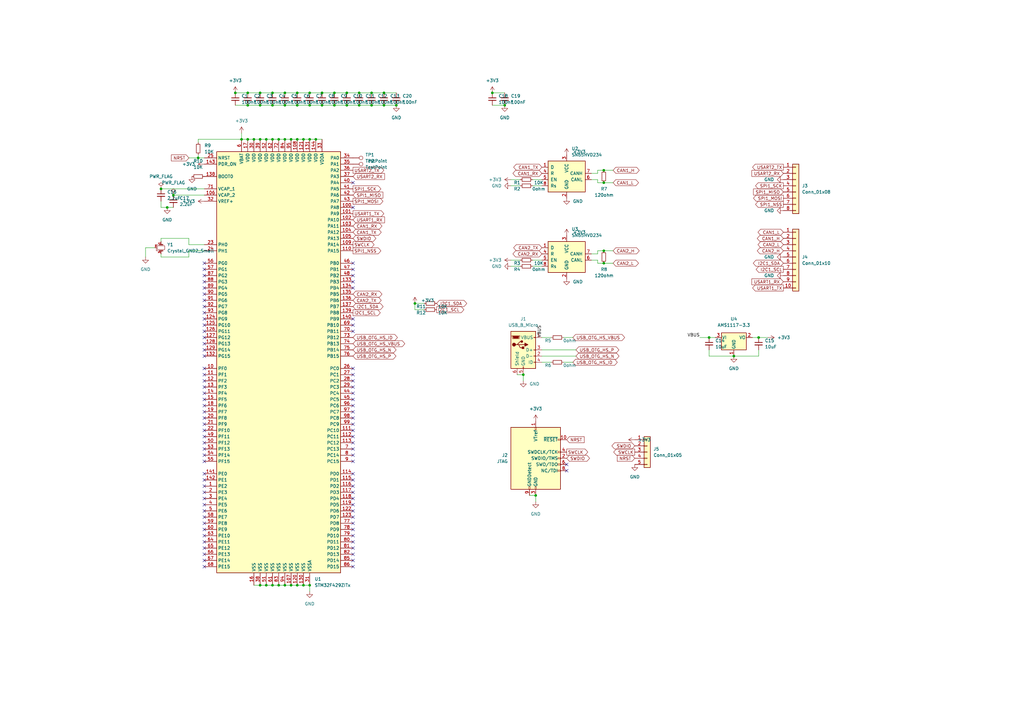
<source format=kicad_sch>
(kicad_sch (version 20211123) (generator eeschema)
  (paper "A3")
  (title_block (title "USB_CAN") (date "2022-02-07"))
  (lib_symbols
    (symbol "Connector:Conn_ARM_JTAG_SWD_10" (pin_names (offset 1.016))
      (property "Reference" "J" (at -2.54 16.51 0))
      (property "Value" "Conn_ARM_JTAG_SWD_10" (at -2.54 13.97 0))
      (symbol "Conn_ARM_JTAG_SWD_10_1_1"
        (pin power_in line (at 0 15.24 270) (length 2.54) (name "VTref") (number "1"))
        (pin open_collector line (at 12.7 7.62 180) (length 2.54) (name "~{RESET}") (number "10"))
        (pin bidirectional line (at 12.7 0 180) (length 2.54) (name "SWDIO/TMS") (number "2"))
        (pin power_in line (at 0 -15.24 90) (length 2.54) (name "GND") (number "3"))
        (pin output line (at 12.7 2.54 180) (length 2.54) (name "SWDCLK/TCK") (number "4"))
        (pin passive line (at 0 -15.24 90) (length 2.54) hide (name "GND") (number "5"))
        (pin input line (at 12.7 -2.54 180) (length 2.54) (name "SWO/TDO") (number "6"))
        (pin no_connect line (at -10.16 0 0) (length 2.54) hide (name "KEY") (number "7"))
        (pin output line (at 12.7 -5.08 180) (length 2.54) (name "NC/TDI") (number "8"))
        (pin passive line (at -2.54 -15.24 90) (length 2.54) (name "GNDDetect") (number "9"))
      )
    )
    (symbol "Connector:TestPoint" (pin_numbers hide) (pin_names (offset 0.762) hide)
      (property "Reference" "TP" (at 0 6.858 0))
      (property "Value" "TestPoint" (at 0 5.08 0))
      (symbol "TestPoint_1_1"
        (pin passive line (at 0 0 90) (length 2.54) (name "1") (number "1"))
      )
    )
    (symbol "Connector:USB_B_Micro" (pin_names (offset 1.016))
      (property "Reference" "J" (at -5.08 11.43 0))
      (property "Value" "USB_B_Micro" (at -5.08 8.89 0))
      (symbol "USB_B_Micro_1_1"
        (pin power_out line (at 7.62 5.08 180) (length 2.54) (name "VBUS") (number "1"))
        (pin bidirectional line (at 7.62 -2.54 180) (length 2.54) (name "D-") (number "2"))
        (pin bidirectional line (at 7.62 0 180) (length 2.54) (name "D+") (number "3"))
        (pin passive line (at 7.62 -5.08 180) (length 2.54) (name "ID") (number "4"))
        (pin power_out line (at 0 -10.16 90) (length 2.54) (name "GND") (number "5"))
        (pin passive line (at -2.54 -10.16 90) (length 2.54) (name "Shield") (number "6"))
      )
    )
    (symbol "Connector_Generic:Conn_01x05" (pin_names (offset 1.016) hide)
      (property "Reference" "J" (at 0 7.62 0))
      (property "Value" "Conn_01x05" (at 0 -7.62 0))
      (symbol "Conn_01x05_1_1"
        (pin passive line (at -5.08 5.08 0) (length 3.81) (name "Pin_1") (number "1"))
        (pin passive line (at -5.08 2.54 0) (length 3.81) (name "Pin_2") (number "2"))
        (pin passive line (at -5.08 0 0) (length 3.81) (name "Pin_3") (number "3"))
        (pin passive line (at -5.08 -2.54 0) (length 3.81) (name "Pin_4") (number "4"))
        (pin passive line (at -5.08 -5.08 0) (length 3.81) (name "Pin_5") (number "5"))
      )
    )
    (symbol "Connector_Generic:Conn_01x08" (pin_names (offset 1.016) hide)
      (property "Reference" "J" (at 0 10.16 0))
      (property "Value" "Conn_01x08" (at 0 -12.7 0))
      (symbol "Conn_01x08_1_1"
        (pin passive line (at -5.08 7.62 0) (length 3.81) (name "Pin_1") (number "1"))
        (pin passive line (at -5.08 5.08 0) (length 3.81) (name "Pin_2") (number "2"))
        (pin passive line (at -5.08 2.54 0) (length 3.81) (name "Pin_3") (number "3"))
        (pin passive line (at -5.08 0 0) (length 3.81) (name "Pin_4") (number "4"))
        (pin passive line (at -5.08 -2.54 0) (length 3.81) (name "Pin_5") (number "5"))
        (pin passive line (at -5.08 -5.08 0) (length 3.81) (name "Pin_6") (number "6"))
        (pin passive line (at -5.08 -7.62 0) (length 3.81) (name "Pin_7") (number "7"))
        (pin passive line (at -5.08 -10.16 0) (length 3.81) (name "Pin_8") (number "8"))
      )
    )
    (symbol "Connector_Generic:Conn_01x10" (pin_names (offset 1.016) hide)
      (property "Reference" "J" (at 0 12.7 0))
      (property "Value" "Conn_01x10" (at 0 -15.24 0))
      (symbol "Conn_01x10_1_1"
        (pin passive line (at -5.08 10.16 0) (length 3.81) (name "Pin_1") (number "1"))
        (pin passive line (at -5.08 -12.7 0) (length 3.81) (name "Pin_10") (number "10"))
        (pin passive line (at -5.08 7.62 0) (length 3.81) (name "Pin_2") (number "2"))
        (pin passive line (at -5.08 5.08 0) (length 3.81) (name "Pin_3") (number "3"))
        (pin passive line (at -5.08 2.54 0) (length 3.81) (name "Pin_4") (number "4"))
        (pin passive line (at -5.08 0 0) (length 3.81) (name "Pin_5") (number "5"))
        (pin passive line (at -5.08 -2.54 0) (length 3.81) (name "Pin_6") (number "6"))
        (pin passive line (at -5.08 -5.08 0) (length 3.81) (name "Pin_7") (number "7"))
        (pin passive line (at -5.08 -7.62 0) (length 3.81) (name "Pin_8") (number "8"))
        (pin passive line (at -5.08 -10.16 0) (length 3.81) (name "Pin_9") (number "9"))
      )
    )
    (symbol "Device:C_Small" (pin_numbers hide) (pin_names (offset 0.254) hide)
      (property "Reference" "C" (at 0.254 1.778 0))
      (property "Value" "C_Small" (at 0.254 -2.032 0))
      (symbol "C_Small_1_1"
        (pin passive line (at 0 2.54 270) (length 2.032) (name "~") (number "1"))
        (pin passive line (at 0 -2.54 90) (length 2.032) (name "~") (number "2"))
      )
    )
    (symbol "Device:Crystal_GND2_Small" (pin_names (offset 1.016) hide)
      (property "Reference" "Y" (at 0 5.08 0))
      (property "Value" "Crystal_GND2_Small" (at 0 3.175 0))
      (symbol "Crystal_GND2_Small_1_1"
        (pin passive line (at -2.54 0 0) (length 1.27) (name "1") (number "1"))
        (pin passive line (at 0 -2.54 90) (length 0.635) (name "2") (number "2"))
        (pin passive line (at 2.54 0 180) (length 1.27) (name "3") (number "3"))
      )
    )
    (symbol "Device:R_Small" (pin_numbers hide) (pin_names (offset 0.254) hide)
      (property "Reference" "R" (at 0.762 0.508 0))
      (property "Value" "R_Small" (at 0.762 -1.016 0))
      (symbol "R_Small_1_1"
        (pin passive line (at 0 2.54 270) (length 0.762) (name "~") (number "1"))
        (pin passive line (at 0 -2.54 90) (length 0.762) (name "~") (number "2"))
      )
    )
    (symbol "Interface_CAN_LIN:SN65HVD234" (pin_names (offset 1.016))
      (property "Reference" "U" (at -2.54 10.16 0))
      (property "Value" "SN65HVD234" (at -2.54 7.62 0))
      (symbol "SN65HVD234_1_1"
        (pin input line (at -10.16 2.54 0) (length 2.54) (name "D") (number "1"))
        (pin power_in line (at 0 -10.16 90) (length 2.54) (name "GND") (number "2"))
        (pin power_in line (at 0 7.62 270) (length 2.54) (name "VCC") (number "3"))
        (pin output line (at -10.16 0 0) (length 2.54) (name "R") (number "4"))
        (pin input line (at -10.16 -2.54 0) (length 2.54) (name "EN") (number "5"))
        (pin bidirectional line (at 10.16 -2.54 180) (length 2.54) (name "CANL") (number "6"))
        (pin bidirectional line (at 10.16 0 180) (length 2.54) (name "CANH") (number "7"))
        (pin input line (at -10.16 -5.08 0) (length 2.54) (name "Rs") (number "8"))
      )
    )
    (symbol "MCU_ST_STM32F4:STM32F429ZITx"
      (property "Reference" "U" (at -25.4 87.63 0))
      (property "Value" "STM32F429ZITx" (at 20.32 87.63 0))
      (symbol "STM32F429ZITx_1_1"
        (pin bidirectional line (at -30.48 -50.8 0) (length 5.08) (name "PE2") (number "1"))
        (pin bidirectional line (at -30.48 -2.54 0) (length 5.08) (name "PF0") (number "10"))
        (pin bidirectional line (at 30.48 63.5 180) (length 5.08) (name "PA8") (number "100"))
        (pin bidirectional line (at 30.48 60.96 180) (length 5.08) (name "PA9") (number "101"))
        (pin bidirectional line (at 30.48 58.42 180) (length 5.08) (name "PA10") (number "102"))
        (pin bidirectional line (at 30.48 55.88 180) (length 5.08) (name "PA11") (number "103"))
        (pin bidirectional line (at 30.48 53.34 180) (length 5.08) (name "PA12") (number "104"))
        (pin bidirectional line (at 30.48 50.8 180) (length 5.08) (name "PA13") (number "105"))
        (pin power_in line (at -30.48 68.58 0) (length 5.08) (name "VCAP_2") (number "106"))
        (pin power_in line (at 5.08 -91.44 90) (length 5.08) (name "VSS") (number "107"))
        (pin power_in line (at 7.62 91.44 270) (length 5.08) (name "VDD") (number "108"))
        (pin bidirectional line (at 30.48 48.26 180) (length 5.08) (name "PA14") (number "109"))
        (pin bidirectional line (at -30.48 -5.08 0) (length 5.08) (name "PF1") (number "11"))
        (pin bidirectional line (at 30.48 45.72 180) (length 5.08) (name "PA15") (number "110"))
        (pin bidirectional line (at 30.48 -27.94 180) (length 5.08) (name "PC10") (number "111"))
        (pin bidirectional line (at 30.48 -30.48 180) (length 5.08) (name "PC11") (number "112"))
        (pin bidirectional line (at 30.48 -33.02 180) (length 5.08) (name "PC12") (number "113"))
        (pin bidirectional line (at 30.48 -45.72 180) (length 5.08) (name "PD0") (number "114"))
        (pin bidirectional line (at 30.48 -48.26 180) (length 5.08) (name "PD1") (number "115"))
        (pin bidirectional line (at 30.48 -50.8 180) (length 5.08) (name "PD2") (number "116"))
        (pin bidirectional line (at 30.48 -53.34 180) (length 5.08) (name "PD3") (number "117"))
        (pin bidirectional line (at 30.48 -55.88 180) (length 5.08) (name "PD4") (number "118"))
        (pin bidirectional line (at 30.48 -58.42 180) (length 5.08) (name "PD5") (number "119"))
        (pin bidirectional line (at -30.48 -7.62 0) (length 5.08) (name "PF2") (number "12"))
        (pin power_in line (at 7.62 -91.44 90) (length 5.08) (name "VSS") (number "120"))
        (pin power_in line (at 10.16 91.44 270) (length 5.08) (name "VDD") (number "121"))
        (pin bidirectional line (at 30.48 -60.96 180) (length 5.08) (name "PD6") (number "122"))
        (pin bidirectional line (at 30.48 -63.5 180) (length 5.08) (name "PD7") (number "123"))
        (pin bidirectional line (at -30.48 17.78 0) (length 5.08) (name "PG9") (number "124"))
        (pin bidirectional line (at -30.48 15.24 0) (length 5.08) (name "PG10") (number "125"))
        (pin bidirectional line (at -30.48 12.7 0) (length 5.08) (name "PG11") (number "126"))
        (pin bidirectional line (at -30.48 10.16 0) (length 5.08) (name "PG12") (number "127"))
        (pin bidirectional line (at -30.48 7.62 0) (length 5.08) (name "PG13") (number "128"))
        (pin bidirectional line (at -30.48 5.08 0) (length 5.08) (name "PG14") (number "129"))
        (pin bidirectional line (at -30.48 -10.16 0) (length 5.08) (name "PF3") (number "13"))
        (pin power_in line (at 10.16 -91.44 90) (length 5.08) (name "VSS") (number "130"))
        (pin power_in line (at 12.7 91.44 270) (length 5.08) (name "VDD") (number "131"))
        (pin bidirectional line (at -30.48 2.54 0) (length 5.08) (name "PG15") (number "132"))
        (pin bidirectional line (at 30.48 33.02 180) (length 5.08) (name "PB3") (number "133"))
        (pin bidirectional line (at 30.48 30.48 180) (length 5.08) (name "PB4") (number "134"))
        (pin bidirectional line (at 30.48 27.94 180) (length 5.08) (name "PB5") (number "135"))
        (pin bidirectional line (at 30.48 25.4 180) (length 5.08) (name "PB6") (number "136"))
        (pin bidirectional line (at 30.48 22.86 180) (length 5.08) (name "PB7") (number "137"))
        (pin input line (at -30.48 76.2 0) (length 5.08) (name "BOOT0") (number "138"))
        (pin bidirectional line (at 30.48 20.32 180) (length 5.08) (name "PB8") (number "139"))
        (pin bidirectional line (at -30.48 -12.7 0) (length 5.08) (name "PF4") (number "14"))
        (pin bidirectional line (at 30.48 17.78 180) (length 5.08) (name "PB9") (number "140"))
        (pin bidirectional line (at -30.48 -45.72 0) (length 5.08) (name "PE0") (number "141"))
        (pin bidirectional line (at -30.48 -48.26 0) (length 5.08) (name "PE1") (number "142"))
        (pin input line (at -30.48 81.28 0) (length 5.08) (name "PDR_ON") (number "143"))
        (pin power_in line (at 15.24 91.44 270) (length 5.08) (name "VDD") (number "144"))
        (pin bidirectional line (at -30.48 -15.24 0) (length 5.08) (name "PF5") (number "15"))
        (pin power_in line (at -10.16 -91.44 90) (length 5.08) (name "VSS") (number "16"))
        (pin power_in line (at -12.7 91.44 270) (length 5.08) (name "VDD") (number "17"))
        (pin bidirectional line (at -30.48 -17.78 0) (length 5.08) (name "PF6") (number "18"))
        (pin bidirectional line (at -30.48 -20.32 0) (length 5.08) (name "PF7") (number "19"))
        (pin bidirectional line (at -30.48 -53.34 0) (length 5.08) (name "PE3") (number "2"))
        (pin bidirectional line (at -30.48 -22.86 0) (length 5.08) (name "PF8") (number "20"))
        (pin bidirectional line (at -30.48 -25.4 0) (length 5.08) (name "PF9") (number "21"))
        (pin bidirectional line (at -30.48 -27.94 0) (length 5.08) (name "PF10") (number "22"))
        (pin input line (at -30.48 48.26 0) (length 5.08) (name "PH0") (number "23"))
        (pin input line (at -30.48 45.72 0) (length 5.08) (name "PH1") (number "24"))
        (pin input line (at -30.48 83.82 0) (length 5.08) (name "NRST") (number "25"))
        (pin bidirectional line (at 30.48 -2.54 180) (length 5.08) (name "PC0") (number "26"))
        (pin bidirectional line (at 30.48 -5.08 180) (length 5.08) (name "PC1") (number "27"))
        (pin bidirectional line (at 30.48 -7.62 180) (length 5.08) (name "PC2") (number "28"))
        (pin bidirectional line (at 30.48 -10.16 180) (length 5.08) (name "PC3") (number "29"))
        (pin bidirectional line (at -30.48 -55.88 0) (length 5.08) (name "PE4") (number "3"))
        (pin power_in line (at -10.16 91.44 270) (length 5.08) (name "VDD") (number "30"))
        (pin power_in line (at 12.7 -91.44 90) (length 5.08) (name "VSSA") (number "31"))
        (pin power_in line (at -30.48 66.04 0) (length 5.08) (name "VREF+") (number "32"))
        (pin power_in line (at 17.78 91.44 270) (length 5.08) (name "VDDA") (number "33"))
        (pin bidirectional line (at 30.48 83.82 180) (length 5.08) (name "PA0") (number "34"))
        (pin bidirectional line (at 30.48 81.28 180) (length 5.08) (name "PA1") (number "35"))
        (pin bidirectional line (at 30.48 78.74 180) (length 5.08) (name "PA2") (number "36"))
        (pin bidirectional line (at 30.48 76.2 180) (length 5.08) (name "PA3") (number "37"))
        (pin power_in line (at -7.62 -91.44 90) (length 5.08) (name "VSS") (number "38"))
        (pin power_in line (at -7.62 91.44 270) (length 5.08) (name "VDD") (number "39"))
        (pin bidirectional line (at -30.48 -58.42 0) (length 5.08) (name "PE5") (number "4"))
        (pin bidirectional line (at 30.48 73.66 180) (length 5.08) (name "PA4") (number "40"))
        (pin bidirectional line (at 30.48 71.12 180) (length 5.08) (name "PA5") (number "41"))
        (pin bidirectional line (at 30.48 68.58 180) (length 5.08) (name "PA6") (number "42"))
        (pin bidirectional line (at 30.48 66.04 180) (length 5.08) (name "PA7") (number "43"))
        (pin bidirectional line (at 30.48 -12.7 180) (length 5.08) (name "PC4") (number "44"))
        (pin bidirectional line (at 30.48 -15.24 180) (length 5.08) (name "PC5") (number "45"))
        (pin bidirectional line (at 30.48 40.64 180) (length 5.08) (name "PB0") (number "46"))
        (pin bidirectional line (at 30.48 38.1 180) (length 5.08) (name "PB1") (number "47"))
        (pin bidirectional line (at 30.48 35.56 180) (length 5.08) (name "PB2") (number "48"))
        (pin bidirectional line (at -30.48 -30.48 0) (length 5.08) (name "PF11") (number "49"))
        (pin bidirectional line (at -30.48 -60.96 0) (length 5.08) (name "PE6") (number "5"))
        (pin bidirectional line (at -30.48 -33.02 0) (length 5.08) (name "PF12") (number "50"))
        (pin power_in line (at -5.08 -91.44 90) (length 5.08) (name "VSS") (number "51"))
        (pin power_in line (at -5.08 91.44 270) (length 5.08) (name "VDD") (number "52"))
        (pin bidirectional line (at -30.48 -35.56 0) (length 5.08) (name "PF13") (number "53"))
        (pin bidirectional line (at -30.48 -38.1 0) (length 5.08) (name "PF14") (number "54"))
        (pin bidirectional line (at -30.48 -40.64 0) (length 5.08) (name "PF15") (number "55"))
        (pin bidirectional line (at -30.48 40.64 0) (length 5.08) (name "PG0") (number "56"))
        (pin bidirectional line (at -30.48 38.1 0) (length 5.08) (name "PG1") (number "57"))
        (pin bidirectional line (at -30.48 -63.5 0) (length 5.08) (name "PE7") (number "58"))
        (pin bidirectional line (at -30.48 -66.04 0) (length 5.08) (name "PE8") (number "59"))
        (pin power_in line (at -15.24 91.44 270) (length 5.08) (name "VBAT") (number "6"))
        (pin bidirectional line (at -30.48 -68.58 0) (length 5.08) (name "PE9") (number "60"))
        (pin power_in line (at -2.54 -91.44 90) (length 5.08) (name "VSS") (number "61"))
        (pin power_in line (at -2.54 91.44 270) (length 5.08) (name "VDD") (number "62"))
        (pin bidirectional line (at -30.48 -71.12 0) (length 5.08) (name "PE10") (number "63"))
        (pin bidirectional line (at -30.48 -73.66 0) (length 5.08) (name "PE11") (number "64"))
        (pin bidirectional line (at -30.48 -76.2 0) (length 5.08) (name "PE12") (number "65"))
        (pin bidirectional line (at -30.48 -78.74 0) (length 5.08) (name "PE13") (number "66"))
        (pin bidirectional line (at -30.48 -81.28 0) (length 5.08) (name "PE14") (number "67"))
        (pin bidirectional line (at -30.48 -83.82 0) (length 5.08) (name "PE15") (number "68"))
        (pin bidirectional line (at 30.48 15.24 180) (length 5.08) (name "PB10") (number "69"))
        (pin bidirectional line (at 30.48 -35.56 180) (length 5.08) (name "PC13") (number "7"))
        (pin bidirectional line (at 30.48 12.7 180) (length 5.08) (name "PB11") (number "70"))
        (pin power_in line (at -30.48 71.12 0) (length 5.08) (name "VCAP_1") (number "71"))
        (pin power_in line (at 0 91.44 270) (length 5.08) (name "VDD") (number "72"))
        (pin bidirectional line (at 30.48 10.16 180) (length 5.08) (name "PB12") (number "73"))
        (pin bidirectional line (at 30.48 7.62 180) (length 5.08) (name "PB13") (number "74"))
        (pin bidirectional line (at 30.48 5.08 180) (length 5.08) (name "PB14") (number "75"))
        (pin bidirectional line (at 30.48 2.54 180) (length 5.08) (name "PB15") (number "76"))
        (pin bidirectional line (at 30.48 -66.04 180) (length 5.08) (name "PD8") (number "77"))
        (pin bidirectional line (at 30.48 -68.58 180) (length 5.08) (name "PD9") (number "78"))
        (pin bidirectional line (at 30.48 -71.12 180) (length 5.08) (name "PD10") (number "79"))
        (pin bidirectional line (at 30.48 -38.1 180) (length 5.08) (name "PC14") (number "8"))
        (pin bidirectional line (at 30.48 -73.66 180) (length 5.08) (name "PD11") (number "80"))
        (pin bidirectional line (at 30.48 -76.2 180) (length 5.08) (name "PD12") (number "81"))
        (pin bidirectional line (at 30.48 -78.74 180) (length 5.08) (name "PD13") (number "82"))
        (pin power_in line (at 0 -91.44 90) (length 5.08) (name "VSS") (number "83"))
        (pin power_in line (at 2.54 91.44 270) (length 5.08) (name "VDD") (number "84"))
        (pin bidirectional line (at 30.48 -81.28 180) (length 5.08) (name "PD14") (number "85"))
        (pin bidirectional line (at 30.48 -83.82 180) (length 5.08) (name "PD15") (number "86"))
        (pin bidirectional line (at -30.48 35.56 0) (length 5.08) (name "PG2") (number "87"))
        (pin bidirectional line (at -30.48 33.02 0) (length 5.08) (name "PG3") (number "88"))
        (pin bidirectional line (at -30.48 30.48 0) (length 5.08) (name "PG4") (number "89"))
        (pin bidirectional line (at 30.48 -40.64 180) (length 5.08) (name "PC15") (number "9"))
        (pin bidirectional line (at -30.48 27.94 0) (length 5.08) (name "PG5") (number "90"))
        (pin bidirectional line (at -30.48 25.4 0) (length 5.08) (name "PG6") (number "91"))
        (pin bidirectional line (at -30.48 22.86 0) (length 5.08) (name "PG7") (number "92"))
        (pin bidirectional line (at -30.48 20.32 0) (length 5.08) (name "PG8") (number "93"))
        (pin power_in line (at 2.54 -91.44 90) (length 5.08) (name "VSS") (number "94"))
        (pin power_in line (at 5.08 91.44 270) (length 5.08) (name "VDD") (number "95"))
        (pin bidirectional line (at 30.48 -17.78 180) (length 5.08) (name "PC6") (number "96"))
        (pin bidirectional line (at 30.48 -20.32 180) (length 5.08) (name "PC7") (number "97"))
        (pin bidirectional line (at 30.48 -22.86 180) (length 5.08) (name "PC8") (number "98"))
        (pin bidirectional line (at 30.48 -25.4 180) (length 5.08) (name "PC9") (number "99"))
      )
    )
    (symbol "Regulator_Linear:AMS1117-3.3" (pin_names (offset 0.254))
      (property "Reference" "U" (at -3.81 3.175 0))
      (property "Value" "AMS1117-3.3" (at 0 3.175 0))
      (symbol "AMS1117-3.3_1_1"
        (pin power_in line (at 0 -7.62 90) (length 2.54) (name "GND") (number "1"))
        (pin power_out line (at 7.62 0 180) (length 2.54) (name "VO") (number "2"))
        (pin power_in line (at -7.62 0 0) (length 2.54) (name "VI") (number "3"))
      )
    )
    (symbol "power:+3V3" (power) (pin_names (offset 0))
      (property "Value" "+3V3" (at 0 3.556 0))
      (symbol "+3V3_1_1"
        (pin power_in line (at 0 0 90) (length 0) hide (name "+3V3") (number "1"))
      )
    )
    (symbol "power:GND" (power) (pin_names (offset 0))
      (property "Value" "GND" (at 0 -3.81 0))
      (symbol "GND_1_1"
        (pin power_in line (at 0 0 270) (length 0) hide (name "GND") (number "1"))
      )
    )
    (symbol "power:PWR_FLAG" (power) (pin_numbers hide) (pin_names (offset 0) hide)
      (property "Value" "PWR_FLAG" (at 0 3.81 0))
      (symbol "PWR_FLAG_0_0"
        (pin power_out line (at 0 0 90) (length 0) (name "pwr") (number "1"))
      )
    )
  )
  (junction (at 101.6 57.15))
  (junction (at 152.4 38.1))
  (junction (at 219.71 203.2))
  (junction (at 116.84 38.1))
  (junction (at 106.68 57.15))
  (junction (at 116.84 43.18))
  (junction (at 116.84 57.15))
  (junction (at 99.06 57.15))
  (junction (at 127 240.03))
  (junction (at 116.84 240.03))
  (junction (at 214.63 153.67))
  (junction (at 300.99 146.05))
  (junction (at 106.68 43.18))
  (junction (at 101.6 43.18))
  (junction (at 119.38 57.15))
  (junction (at 121.92 57.15))
  (junction (at 101.6 38.1))
  (junction (at 247.65 69.85))
  (junction (at 152.4 43.18))
  (junction (at 127 43.18))
  (junction (at 247.65 74.93))
  (junction (at 106.68 38.1))
  (junction (at 170.18 124.46))
  (junction (at 247.65 102.87))
  (junction (at 96.52 38.1))
  (junction (at 111.76 38.1))
  (junction (at 147.32 43.18))
  (junction (at 68.58 85.09))
  (junction (at 142.24 38.1))
  (junction (at 132.08 43.18))
  (junction (at 207.01 43.18))
  (junction (at 109.22 57.15))
  (junction (at 290.83 138.43))
  (junction (at 127 38.1))
  (junction (at 111.76 43.18))
  (junction (at 114.3 240.03))
  (junction (at 137.16 43.18))
  (junction (at 71.12 80.01))
  (junction (at 111.76 240.03))
  (junction (at 111.76 57.15))
  (junction (at 201.93 38.1))
  (junction (at 311.15 138.43))
  (junction (at 121.92 43.18))
  (junction (at 104.14 57.15))
  (junction (at 109.22 240.03))
  (junction (at 157.48 38.1))
  (junction (at 129.54 57.15))
  (junction (at 124.46 240.03))
  (junction (at 114.3 57.15))
  (junction (at 127 57.15))
  (junction (at 66.04 77.47))
  (junction (at 157.48 43.18))
  (junction (at 81.28 64.77))
  (junction (at 106.68 240.03))
  (junction (at 119.38 240.03))
  (junction (at 247.65 107.95))
  (junction (at 147.32 38.1))
  (junction (at 121.92 38.1))
  (junction (at 121.92 240.03))
  (junction (at 137.16 38.1))
  (junction (at 132.08 38.1))
  (junction (at 142.24 43.18))
  (junction (at 124.46 57.15))
  (junction (at 162.56 43.18))
  (no_connect (at 144.78 204.47))
  (no_connect (at 83.82 212.09))
  (no_connect (at 83.82 176.53))
  (no_connect (at 144.78 156.21))
  (no_connect (at 144.78 166.37))
  (no_connect (at 144.78 209.55))
  (no_connect (at 83.82 181.61))
  (no_connect (at 144.78 181.61))
  (no_connect (at 144.78 196.85))
  (no_connect (at 144.78 158.75))
  (no_connect (at 83.82 168.91))
  (no_connect (at 83.82 224.79))
  (no_connect (at 83.82 186.69))
  (no_connect (at 83.82 199.39))
  (no_connect (at 144.78 163.83))
  (no_connect (at 83.82 158.75))
  (no_connect (at 83.82 138.43))
  (no_connect (at 83.82 179.07))
  (no_connect (at 83.82 219.71))
  (no_connect (at 83.82 232.41))
  (no_connect (at 83.82 151.13))
  (no_connect (at 83.82 204.47))
  (no_connect (at 144.78 212.09))
  (no_connect (at 144.78 107.95))
  (no_connect (at 144.78 110.49))
  (no_connect (at 144.78 113.03))
  (no_connect (at 144.78 133.35))
  (no_connect (at 144.78 135.89))
  (no_connect (at 144.78 74.93))
  (no_connect (at 144.78 115.57))
  (no_connect (at 144.78 118.11))
  (no_connect (at 144.78 130.81))
  (no_connect (at 144.78 222.25))
  (no_connect (at 83.82 196.85))
  (no_connect (at 83.82 118.11))
  (no_connect (at 83.82 115.57))
  (no_connect (at 83.82 110.49))
  (no_connect (at 83.82 107.95))
  (no_connect (at 83.82 113.03))
  (no_connect (at 83.82 209.55))
  (no_connect (at 83.82 171.45))
  (no_connect (at 144.78 179.07))
  (no_connect (at 144.78 176.53))
  (no_connect (at 144.78 219.71))
  (no_connect (at 83.82 222.25))
  (no_connect (at 83.82 217.17))
  (no_connect (at 83.82 128.27))
  (no_connect (at 83.82 214.63))
  (no_connect (at 83.82 153.67))
  (no_connect (at 83.82 146.05))
  (no_connect (at 144.78 186.69))
  (no_connect (at 83.82 201.93))
  (no_connect (at 83.82 173.99))
  (no_connect (at 144.78 217.17))
  (no_connect (at 83.82 140.97))
  (no_connect (at 83.82 207.01))
  (no_connect (at 144.78 173.99))
  (no_connect (at 144.78 201.93))
  (no_connect (at 83.82 166.37))
  (no_connect (at 83.82 163.83))
  (no_connect (at 144.78 151.13))
  (no_connect (at 83.82 125.73))
  (no_connect (at 144.78 227.33))
  (no_connect (at 144.78 214.63))
  (no_connect (at 83.82 133.35))
  (no_connect (at 83.82 120.65))
  (no_connect (at 144.78 184.15))
  (no_connect (at 83.82 184.15))
  (no_connect (at 144.78 153.67))
  (no_connect (at 83.82 194.31))
  (no_connect (at 83.82 161.29))
  (no_connect (at 144.78 207.01))
  (no_connect (at 144.78 194.31))
  (no_connect (at 83.82 123.19))
  (no_connect (at 83.82 135.89))
  (no_connect (at 83.82 130.81))
  (no_connect (at 144.78 85.09))
  (no_connect (at 144.78 199.39))
  (no_connect (at 144.78 171.45))
  (no_connect (at 144.78 161.29))
  (no_connect (at 83.82 189.23))
  (no_connect (at 83.82 143.51))
  (no_connect (at 83.82 227.33))
  (no_connect (at 144.78 229.87))
  (no_connect (at 144.78 224.79))
  (no_connect (at 83.82 156.21))
  (no_connect (at 144.78 232.41))
  (no_connect (at 144.78 168.91))
  (no_connect (at 83.82 229.87))
  (no_connect (at 144.78 189.23))
  (no_connect (at 232.41 190.5))
  (no_connect (at 232.41 193.04))
  (wire (pts (xy 81.28 63.5) (xy 81.28 64.77)))
  (wire (pts (xy 116.84 38.1) (xy 121.92 38.1)))
  (wire (pts (xy 119.38 57.15) (xy 121.92 57.15)))
  (wire (pts (xy 209.55 76.2) (xy 213.36 76.2)))
  (wire (pts (xy 214.63 153.67) (xy 214.63 156.21)))
  (wire (pts (xy 121.92 43.18) (xy 127 43.18)))
  (wire (pts (xy 222.25 148.59) (xy 226.06 148.59)))
  (wire (pts (xy 142.24 38.1) (xy 147.32 38.1)))
  (wire (pts (xy 129.54 57.15) (xy 132.08 57.15)))
  (wire (pts (xy 109.22 240.03) (xy 111.76 240.03)))
  (wire (pts (xy 231.14 138.43) (xy 234.95 138.43)))
  (wire (pts (xy 101.6 38.1) (xy 106.68 38.1)))
  (wire (pts (xy 245.11 106.68) (xy 245.11 107.95)))
  (wire (pts (xy 99.06 57.15) (xy 101.6 57.15)))
  (wire (pts (xy 242.57 104.14) (xy 245.11 104.14)))
  (wire (pts (xy 121.92 240.03) (xy 124.46 240.03)))
  (wire (pts (xy 218.44 76.2) (xy 222.25 76.2)))
  (wire (pts (xy 77.47 105.41) (xy 77.47 102.87)))
  (wire (pts (xy 212.09 153.67) (xy 214.63 153.67)))
  (wire (pts (xy 104.14 57.15) (xy 106.68 57.15)))
  (wire (pts (xy 59.69 105.41) (xy 59.69 101.6)))
  (wire (pts (xy 137.16 43.18) (xy 142.24 43.18)))
  (wire (pts (xy 245.11 102.87) (xy 247.65 102.87)))
  (wire (pts (xy 242.57 71.12) (xy 245.11 71.12)))
  (wire (pts (xy 121.92 38.1) (xy 127 38.1)))
  (wire (pts (xy 147.32 38.1) (xy 152.4 38.1)))
  (wire (pts (xy 170.18 127) (xy 173.99 127)))
  (wire (pts (xy 127 240.03) (xy 127 242.57)))
  (wire (pts (xy 81.28 58.42) (xy 81.28 57.15)))
  (wire (pts (xy 201.93 38.1) (xy 207.01 38.1)))
  (wire (pts (xy 132.08 43.18) (xy 137.16 43.18)))
  (wire (pts (xy 152.4 38.1) (xy 157.48 38.1)))
  (wire (pts (xy 218.44 109.22) (xy 222.25 109.22)))
  (wire (pts (xy 132.08 38.1) (xy 137.16 38.1)))
  (wire (pts (xy 116.84 57.15) (xy 119.38 57.15)))
  (wire (pts (xy 222.25 143.51) (xy 236.22 143.51)))
  (wire (pts (xy 109.22 57.15) (xy 111.76 57.15)))
  (wire (pts (xy 106.68 240.03) (xy 109.22 240.03)))
  (wire (pts (xy 290.83 138.43) (xy 293.37 138.43)))
  (wire (pts (xy 111.76 240.03) (xy 114.3 240.03)))
  (wire (pts (xy 66.04 97.79) (xy 77.47 97.79)))
  (wire (pts (xy 66.04 85.09) (xy 68.58 85.09)))
  (wire (pts (xy 245.11 69.85) (xy 247.65 69.85)))
  (wire (pts (xy 99.06 54.61) (xy 99.06 57.15)))
  (wire (pts (xy 66.04 82.55) (xy 66.04 85.09)))
  (wire (pts (xy 106.68 43.18) (xy 111.76 43.18)))
  (wire (pts (xy 247.65 102.87) (xy 251.46 102.87)))
  (wire (pts (xy 81.28 64.77) (xy 83.82 64.77)))
  (wire (pts (xy 247.65 107.95) (xy 251.46 107.95)))
  (wire (pts (xy 142.24 43.18) (xy 147.32 43.18)))
  (wire (pts (xy 300.99 146.05) (xy 311.15 146.05)))
  (wire (pts (xy 114.3 57.15) (xy 116.84 57.15)))
  (wire (pts (xy 209.55 106.68) (xy 213.36 106.68)))
  (wire (pts (xy 245.11 74.93) (xy 247.65 74.93)))
  (wire (pts (xy 308.61 138.43) (xy 311.15 138.43)))
  (wire (pts (xy 77.47 102.87) (xy 83.82 102.87)))
  (wire (pts (xy 290.83 143.51) (xy 290.83 146.05)))
  (wire (pts (xy 147.32 43.18) (xy 152.4 43.18)))
  (wire (pts (xy 311.15 146.05) (xy 311.15 143.51)))
  (wire (pts (xy 137.16 38.1) (xy 142.24 38.1)))
  (wire (pts (xy 59.69 101.6) (xy 63.5 101.6)))
  (wire (pts (xy 71.12 80.01) (xy 83.82 80.01)))
  (wire (pts (xy 287.02 138.43) (xy 290.83 138.43)))
  (wire (pts (xy 201.93 43.18) (xy 207.01 43.18)))
  (wire (pts (xy 242.57 106.68) (xy 245.11 106.68)))
  (wire (pts (xy 106.68 38.1) (xy 111.76 38.1)))
  (wire (pts (xy 77.47 64.77) (xy 81.28 64.77)))
  (wire (pts (xy 219.71 203.2) (xy 219.71 205.74)))
  (wire (pts (xy 290.83 146.05) (xy 300.99 146.05)))
  (wire (pts (xy 311.15 138.43) (xy 314.96 138.43)))
  (wire (pts (xy 81.28 57.15) (xy 99.06 57.15)))
  (wire (pts (xy 222.25 138.43) (xy 226.06 138.43)))
  (wire (pts (xy 96.52 38.1) (xy 101.6 38.1)))
  (wire (pts (xy 77.47 97.79) (xy 77.47 100.33)))
  (wire (pts (xy 245.11 73.66) (xy 245.11 74.93)))
  (wire (pts (xy 106.68 57.15) (xy 109.22 57.15)))
  (wire (pts (xy 68.58 85.09) (xy 71.12 85.09)))
  (wire (pts (xy 77.47 100.33) (xy 83.82 100.33)))
  (wire (pts (xy 111.76 38.1) (xy 116.84 38.1)))
  (wire (pts (xy 157.48 38.1) (xy 162.56 38.1)))
  (wire (pts (xy 127 38.1) (xy 132.08 38.1)))
  (wire (pts (xy 111.76 43.18) (xy 116.84 43.18)))
  (wire (pts (xy 127 43.18) (xy 132.08 43.18)))
  (wire (pts (xy 66.04 105.41) (xy 77.47 105.41)))
  (wire (pts (xy 66.04 104.14) (xy 66.04 105.41)))
  (wire (pts (xy 173.99 124.46) (xy 170.18 124.46)))
  (wire (pts (xy 119.38 240.03) (xy 121.92 240.03)))
  (wire (pts (xy 245.11 104.14) (xy 245.11 102.87)))
  (wire (pts (xy 121.92 57.15) (xy 124.46 57.15)))
  (wire (pts (xy 209.55 109.22) (xy 213.36 109.22)))
  (wire (pts (xy 127 57.15) (xy 129.54 57.15)))
  (wire (pts (xy 231.14 148.59) (xy 234.95 148.59)))
  (wire (pts (xy 247.65 69.85) (xy 251.46 69.85)))
  (wire (pts (xy 157.48 43.18) (xy 162.56 43.18)))
  (wire (pts (xy 96.52 43.18) (xy 101.6 43.18)))
  (wire (pts (xy 111.76 57.15) (xy 114.3 57.15)))
  (wire (pts (xy 209.55 73.66) (xy 213.36 73.66)))
  (wire (pts (xy 124.46 240.03) (xy 127 240.03)))
  (wire (pts (xy 114.3 240.03) (xy 116.84 240.03)))
  (wire (pts (xy 247.65 74.93) (xy 251.46 74.93)))
  (wire (pts (xy 245.11 107.95) (xy 247.65 107.95)))
  (wire (pts (xy 116.84 43.18) (xy 121.92 43.18)))
  (wire (pts (xy 218.44 73.66) (xy 222.25 73.66)))
  (wire (pts (xy 222.25 146.05) (xy 236.22 146.05)))
  (wire (pts (xy 245.11 71.12) (xy 245.11 69.85)))
  (wire (pts (xy 101.6 57.15) (xy 104.14 57.15)))
  (wire (pts (xy 170.18 124.46) (xy 170.18 127)))
  (wire (pts (xy 217.17 203.2) (xy 219.71 203.2)))
  (wire (pts (xy 124.46 57.15) (xy 127 57.15)))
  (wire (pts (xy 101.6 43.18) (xy 106.68 43.18)))
  (wire (pts (xy 116.84 240.03) (xy 119.38 240.03)))
  (wire (pts (xy 152.4 43.18) (xy 157.48 43.18)))
  (wire (pts (xy 218.44 106.68) (xy 222.25 106.68)))
  (wire (pts (xy 242.57 73.66) (xy 245.11 73.66)))
  (wire (pts (xy 66.04 97.79) (xy 66.04 99.06)))
  (wire (pts (xy 66.04 77.47) (xy 83.82 77.47)))
  (wire (pts (xy 104.14 240.03) (xy 106.68 240.03)))
  (label "VBUS" (at 287.02 138.43 180))
  (label "VBUS" (at 222.25 138.43 90))
  (global_label "CAN1_H" (shape bidirectional) (at 321.31 97.79 180) (property "Intersheet References" "${INTERSHEET_REFS}" (effects hide)))
  (global_label "CAN1_H" (shape bidirectional) (at 251.46 69.85 0) (property "Intersheet References" "${INTERSHEET_REFS}" (effects hide)))
  (global_label "I2C1_SDA" (shape bidirectional) (at 144.78 125.73 0) (property "Intersheet References" "${INTERSHEET_REFS}" (effects hide)))
  (global_label "I2C1_SCL" (shape output) (at 179.07 127 0) (property "Intersheet References" "${INTERSHEET_REFS}" (effects hide)))
  (global_label "USART2_RX" (shape input) (at 321.31 71.12 180) (property "Intersheet References" "${INTERSHEET_REFS}" (effects hide)))
  (global_label "CAN2_RX" (shape bidirectional) (at 144.78 120.65 0) (property "Intersheet References" "${INTERSHEET_REFS}" (effects hide)))
  (global_label "CAN1_RX" (shape bidirectional) (at 144.78 92.71 0) (property "Intersheet References" "${INTERSHEET_REFS}" (effects hide)))
  (global_label "CAN1_L" (shape bidirectional) (at 251.46 74.93 0) (property "Intersheet References" "${INTERSHEET_REFS}" (effects hide)))
  (global_label "CAN2_TX" (shape bidirectional) (at 222.25 101.6 180) (property "Intersheet References" "${INTERSHEET_REFS}" (effects hide)))
  (global_label "SWCLK" (shape output) (at 232.41 185.42 0) (property "Intersheet References" "${INTERSHEET_REFS}" (effects hide)))
  (global_label "USB_OTG_HS_ID" (shape bidirectional) (at 234.95 148.59 0) (property "Intersheet References" "${INTERSHEET_REFS}" (effects hide)))
  (global_label "SWCLK" (shape output) (at 144.78 100.33 0) (property "Intersheet References" "${INTERSHEET_REFS}" (effects hide)))
  (global_label "SPI1_NSS" (shape output) (at 321.31 83.82 180) (property "Intersheet References" "${INTERSHEET_REFS}" (effects hide)))
  (global_label "CAN2_H" (shape bidirectional) (at 321.31 102.87 180) (property "Intersheet References" "${INTERSHEET_REFS}" (effects hide)))
  (global_label "CAN1_RX" (shape bidirectional) (at 222.25 71.12 180) (property "Intersheet References" "${INTERSHEET_REFS}" (effects hide)))
  (global_label "CAN2_RX" (shape bidirectional) (at 222.25 104.14 180) (property "Intersheet References" "${INTERSHEET_REFS}" (effects hide)))
  (global_label "USB_OTG_HS_P" (shape bidirectional) (at 144.78 146.05 0) (property "Intersheet References" "${INTERSHEET_REFS}" (effects hide)))
  (global_label "CAN2_H" (shape bidirectional) (at 251.46 102.87 0) (property "Intersheet References" "${INTERSHEET_REFS}" (effects hide)))
  (global_label "SPI1_MISO" (shape input) (at 321.31 78.74 180) (property "Intersheet References" "${INTERSHEET_REFS}" (effects hide)))
  (global_label "NRST" (shape input) (at 260.35 187.96 180) (property "Intersheet References" "${INTERSHEET_REFS}" (effects hide)))
  (global_label "SPI1_SCK" (shape output) (at 144.78 77.47 0) (property "Intersheet References" "${INTERSHEET_REFS}" (effects hide)))
  (global_label "USART1_RX" (shape input) (at 321.31 115.57 180) (property "Intersheet References" "${INTERSHEET_REFS}" (effects hide)))
  (global_label "USART2_RX" (shape input) (at 144.78 72.39 0) (property "Intersheet References" "${INTERSHEET_REFS}" (effects hide)))
  (global_label "CAN2_TX" (shape bidirectional) (at 144.78 123.19 0) (property "Intersheet References" "${INTERSHEET_REFS}" (effects hide)))
  (global_label "CAN1_L" (shape bidirectional) (at 321.31 95.25 180) (property "Intersheet References" "${INTERSHEET_REFS}" (effects hide)))
  (global_label "I2C1_SDA" (shape bidirectional) (at 179.07 124.46 0) (property "Intersheet References" "${INTERSHEET_REFS}" (effects hide)))
  (global_label "USB_OTG_HS_ID" (shape bidirectional) (at 144.78 138.43 0) (property "Intersheet References" "${INTERSHEET_REFS}" (effects hide)))
  (global_label "CAN1_TX" (shape bidirectional) (at 144.78 95.25 0) (property "Intersheet References" "${INTERSHEET_REFS}" (effects hide)))
  (global_label "USART1_TX" (shape output) (at 321.31 118.11 180) (property "Intersheet References" "${INTERSHEET_REFS}" (effects hide)))
  (global_label "SPI1_NSS" (shape output) (at 144.78 102.87 0) (property "Intersheet References" "${INTERSHEET_REFS}" (effects hide)))
  (global_label "CAN2_L" (shape bidirectional) (at 251.46 107.95 0) (property "Intersheet References" "${INTERSHEET_REFS}" (effects hide)))
  (global_label "SWCLK" (shape output) (at 260.35 185.42 180) (property "Intersheet References" "${INTERSHEET_REFS}" (effects hide)))
  (global_label "I2C1_SCL" (shape output) (at 144.78 128.27 0) (property "Intersheet References" "${INTERSHEET_REFS}" (effects hide)))
  (global_label "NRST" (shape input) (at 77.47 64.77 180) (property "Intersheet References" "${INTERSHEET_REFS}" (effects hide)))
  (global_label "NRST" (shape input) (at 232.41 180.34 0) (property "Intersheet References" "${INTERSHEET_REFS}" (effects hide)))
  (global_label "CAN1_TX" (shape bidirectional) (at 222.25 68.58 180) (property "Intersheet References" "${INTERSHEET_REFS}" (effects hide)))
  (global_label "USB_OTG_HS_N" (shape bidirectional) (at 144.78 143.51 0) (property "Intersheet References" "${INTERSHEET_REFS}" (effects hide)))
  (global_label "USB_OTG_HS_VBUS" (shape bidirectional) (at 144.78 140.97 0) (property "Intersheet References" "${INTERSHEET_REFS}" (effects hide)))
  (global_label "USART2_TX" (shape output) (at 144.78 69.85 0) (property "Intersheet References" "${INTERSHEET_REFS}" (effects hide)))
  (global_label "SWDIO" (shape bidirectional) (at 144.78 97.79 0) (property "Intersheet References" "${INTERSHEET_REFS}" (effects hide)))
  (global_label "CAN2_L" (shape bidirectional) (at 321.31 100.33 180) (property "Intersheet References" "${INTERSHEET_REFS}" (effects hide)))
  (global_label "SWDIO" (shape bidirectional) (at 260.35 182.88 180) (property "Intersheet References" "${INTERSHEET_REFS}" (effects hide)))
  (global_label "USB_OTG_HS_P" (shape bidirectional) (at 236.22 143.51 0) (property "Intersheet References" "${INTERSHEET_REFS}" (effects hide)))
  (global_label "SPI1_MISO" (shape input) (at 144.78 80.01 0) (property "Intersheet References" "${INTERSHEET_REFS}" (effects hide)))
  (global_label "SPI1_MOSI" (shape output) (at 321.31 81.28 180) (property "Intersheet References" "${INTERSHEET_REFS}" (effects hide)))
  (global_label "I2C1_SCL" (shape output) (at 321.31 110.49 180) (property "Intersheet References" "${INTERSHEET_REFS}" (effects hide)))
  (global_label "SPI1_MOSI" (shape output) (at 144.78 82.55 0) (property "Intersheet References" "${INTERSHEET_REFS}" (effects hide)))
  (global_label "USB_OTG_HS_VBUS" (shape bidirectional) (at 234.95 138.43 0) (property "Intersheet References" "${INTERSHEET_REFS}" (effects hide)))
  (global_label "USART1_RX" (shape input) (at 144.78 90.17 0) (property "Intersheet References" "${INTERSHEET_REFS}" (effects hide)))
  (global_label "USART2_TX" (shape output) (at 321.31 68.58 180) (property "Intersheet References" "${INTERSHEET_REFS}" (effects hide)))
  (global_label "USART1_TX" (shape output) (at 144.78 87.63 0) (property "Intersheet References" "${INTERSHEET_REFS}" (effects hide)))
  (global_label "I2C1_SDA" (shape bidirectional) (at 321.31 107.95 180) (property "Intersheet References" "${INTERSHEET_REFS}" (effects hide)))
  (global_label "SWDIO" (shape bidirectional) (at 232.41 187.96 0) (property "Intersheet References" "${INTERSHEET_REFS}" (effects hide)))
  (global_label "USB_OTG_HS_N" (shape bidirectional) (at 236.22 146.05 0) (property "Intersheet References" "${INTERSHEET_REFS}" (effects hide)))
  (global_label "SPI1_SCK" (shape output) (at 321.31 76.2 180) (property "Intersheet References" "${INTERSHEET_REFS}" (effects hide)))
  (symbol (lib_id "power:+3V3") (at 314.96 138.43 270) (unit 1)
    (property "Reference" "#PWR017" (effects hide))
    (property "Value" "+3V3" (at 318.77 138.4299 90) (effects (justify left)))
  )
  (symbol (lib_id "Interface_CAN_LIN:SN65HVD234") (at 232.41 104.14 0) (unit 1)
    (property "Reference" "U3" (at 234.4294 93.98 0) (effects (justify left)))
    (property "Value" "SN65HVD234" (at 234.4294 96.52 0) (effects (justify left)))
    (property "Footprint" "Package_SO:SOIC-8_3.9x4.9mm_P1.27mm" (effects hide))
    (property "Datasheet" "http://www.ti.com/lit/ds/symlink/sn65hvd234.pdf" (effects hide))
  )
  (symbol (lib_id "power:+3V3") (at 96.52 38.1 0) (unit 1)
    (property "Reference" "#PWR01" (effects hide))
    (property "Value" "+3V3" (at 96.52 33.02 0))
  )
  (symbol (lib_id "power:+3V3") (at 170.18 124.46 0) (unit 1)
    (property "Reference" "#PWR028" (effects hide))
    (property "Value" "+3V3" (at 172.72 123.1899 0) (effects (justify left)))
  )
  (symbol (lib_id "power:+3V3") (at 232.41 63.5 0) (unit 1)
    (property "Reference" "#PWR012" (effects hide))
    (property "Value" "+3V3" (at 234.95 62.2299 0) (effects (justify left)))
  )
  (symbol (lib_id "Device:R_Small") (at 215.9 109.22 270) (unit 1)
    (property "Reference" "R4" (at 212.09 110.49 90))
    (property "Value" "0ohm" (at 220.98 110.49 90))
    (property "Footprint" "Resistor_SMD:R_0603_1608Metric_Pad0.98x0.95mm_HandSolder" (effects hide))
  )
  (symbol (lib_id "Device:C_Small") (at 162.56 40.64 0) (unit 1)
    (property "Reference" "C20" (at 165.1 39.3762 0) (effects (justify left)))
    (property "Value" "100nF" (at 165.1 41.9162 0) (effects (justify left)))
    (property "Footprint" "Capacitor_SMD:C_0603_1608Metric_Pad1.08x0.95mm_HandSolder" (effects hide))
  )
  (symbol (lib_id "Connector:Conn_ARM_JTAG_SWD_10") (at 219.71 187.96 0) (unit 1)
    (property "Reference" "J2" (at 208.28 186.6899 0) (effects (justify right)))
    (property "Value" "JTAG" (at 208.28 189.2299 0) (effects (justify right)))
    (property "Footprint" "Connector_PinHeader_1.27mm:PinHeader_2x05_P1.27mm_Vertical_SMD" (effects hide))
    (property "Datasheet" "http://infocenter.arm.com/help/topic/com.arm.doc.ddi0314h/DDI0314H_coresight_components_trm.pdf" (effects hide))
  )
  (symbol (lib_id "power:GND") (at 209.55 76.2 270) (unit 1)
    (property "Reference" "#PWR06" (effects hide))
    (property "Value" "GND" (at 205.74 76.1999 90) (effects (justify right)))
  )
  (symbol (lib_id "Device:R_Small") (at 176.53 124.46 270) (unit 1)
    (property "Reference" "R11" (at 172.72 125.73 90))
    (property "Value" "10K" (at 181.61 125.73 90))
    (property "Footprint" "Resistor_SMD:R_0603_1608Metric_Pad0.98x0.95mm_HandSolder" (effects hide))
  )
  (symbol (lib_id "power:+3V3") (at 232.41 96.52 0) (unit 1)
    (property "Reference" "#PWR014" (effects hide))
    (property "Value" "+3V3" (at 234.95 95.2499 0) (effects (justify left)))
  )
  (symbol (lib_id "power:GND") (at 232.41 114.3 0) (unit 1)
    (property "Reference" "#PWR015" (effects hide))
    (property "Value" "GND" (at 234.95 115.5699 0) (effects (justify left)))
  )
  (symbol (lib_id "Device:C_Small") (at 111.76 40.64 0) (unit 1)
    (property "Reference" "C4" (at 114.3 39.3762 0) (effects (justify left)))
    (property "Value" "100nF" (at 114.3 41.9162 0) (effects (justify left)))
    (property "Footprint" "Capacitor_SMD:C_0603_1608Metric_Pad1.08x0.95mm_HandSolder" (effects hide))
  )
  (symbol (lib_id "power:+3V3") (at 209.55 73.66 90) (unit 1)
    (property "Reference" "#PWR05" (effects hide))
    (property "Value" "+3V3" (at 205.74 73.6599 90) (effects (justify left)))
  )
  (symbol (lib_id "Connector_Generic:Conn_01x05") (at 265.43 185.42 0) (unit 1)
    (property "Reference" "J5" (at 267.97 184.1499 0) (effects (justify left)))
    (property "Value" "Conn_01x05" (at 267.97 186.6899 0) (effects (justify left)))
    (property "Footprint" "Connector_Harwin:Harwin_M20-89005xx_1x05_P2.54mm_Horizontal" (effects hide))
  )
  (symbol (lib_id "Device:C_Small") (at 106.68 40.64 0) (unit 1)
    (property "Reference" "C3" (at 109.22 39.3762 0) (effects (justify left)))
    (property "Value" "100nF" (at 109.22 41.9162 0) (effects (justify left)))
    (property "Footprint" "Capacitor_SMD:C_0603_1608Metric_Pad1.08x0.95mm_HandSolder" (effects hide))
  )
  (symbol (lib_id "Device:C_Small") (at 157.48 40.64 0) (unit 1)
    (property "Reference" "C13" (at 160.02 39.3762 0) (effects (justify left)))
    (property "Value" "100nF" (at 160.02 41.9162 0) (effects (justify left)))
    (property "Footprint" "Capacitor_SMD:C_0603_1608Metric_Pad1.08x0.95mm_HandSolder" (effects hide))
  )
  (symbol (lib_id "power:+3V3") (at 83.82 82.55 90) (unit 1)
    (property "Reference" "#PWR0102" (effects hide))
    (property "Value" "+3V3" (at 80.01 82.5499 90) (effects (justify left)))
  )
  (symbol (lib_id "power:GND") (at 260.35 190.5 0) (unit 1)
    (property "Reference" "#PWR027" (effects hide))
    (property "Value" "GND" (at 260.35 195.58 0))
  )
  (symbol (lib_id "power:GND") (at 321.31 86.36 270) (unit 1)
    (property "Reference" "#PWR019" (effects hide))
    (property "Value" "GND" (at 317.5 86.3599 90) (effects (justify right)))
  )
  (symbol (lib_id "Device:C_Small") (at 152.4 40.64 0) (unit 1)
    (property "Reference" "C12" (at 154.94 39.3762 0) (effects (justify left)))
    (property "Value" "100nF" (at 154.94 41.9162 0) (effects (justify left)))
    (property "Footprint" "Capacitor_SMD:C_0603_1608Metric_Pad1.08x0.95mm_HandSolder" (effects hide))
  )
  (symbol (lib_id "Device:C_Small") (at 116.84 40.64 0) (unit 1)
    (property "Reference" "C5" (at 119.38 39.3762 0) (effects (justify left)))
    (property "Value" "100nF" (at 119.38 41.9162 0) (effects (justify left)))
    (property "Footprint" "Capacitor_SMD:C_0603_1608Metric_Pad1.08x0.95mm_HandSolder" (effects hide))
  )
  (symbol (lib_id "Device:C_Small") (at 137.16 40.64 0) (unit 1)
    (property "Reference" "C9" (at 139.7 39.3762 0) (effects (justify left)))
    (property "Value" "100nF" (at 139.7 41.9162 0) (effects (justify left)))
    (property "Footprint" "Capacitor_SMD:C_0603_1608Metric_Pad1.08x0.95mm_HandSolder" (effects hide))
  )
  (symbol (lib_id "power:+3V3") (at 209.55 106.68 90) (unit 1)
    (property "Reference" "#PWR07" (effects hide))
    (property "Value" "+3V3" (at 205.74 106.6799 90) (effects (justify left)))
  )
  (symbol (lib_id "Device:C_Small") (at 290.83 140.97 0) (unit 1)
    (property "Reference" "C14" (at 293.37 139.7062 0) (effects (justify left)))
    (property "Value" "10uF" (at 293.37 142.2462 0) (effects (justify left)))
    (property "Footprint" "Capacitor_SMD:C_1206_3216Metric_Pad1.33x1.80mm_HandSolder" (effects hide))
  )
  (symbol (lib_id "Device:R_Small") (at 228.6 148.59 270) (unit 1)
    (property "Reference" "R6" (at 224.79 149.86 90))
    (property "Value" "0ohm" (at 233.68 149.86 90))
    (property "Footprint" "Resistor_SMD:R_0603_1608Metric_Pad0.98x0.95mm_HandSolder" (effects hide))
  )
  (symbol (lib_id "Device:R_Small") (at 247.65 72.39 0) (unit 1)
    (property "Reference" "R7" (at 246.38 77.47 0) (effects (justify left)))
    (property "Value" "120ohm" (at 243.84 80.01 0) (effects (justify left)))
    (property "Footprint" "Resistor_SMD:R_0603_1608Metric_Pad0.98x0.95mm_HandSolder" (effects hide))
  )
  (symbol (lib_id "power:+3V3") (at 260.35 180.34 90) (unit 1)
    (property "Reference" "#PWR026" (effects hide))
    (property "Value" "+3V3" (at 261.62 180.3399 90) (effects (justify right)))
  )
  (symbol (lib_id "power:GND") (at 321.31 73.66 270) (unit 1)
    (property "Reference" "#PWR018" (effects hide))
    (property "Value" "GND" (at 317.5 73.6599 90) (effects (justify right)))
  )
  (symbol (lib_id "power:GND") (at 232.41 81.28 0) (unit 1)
    (property "Reference" "#PWR013" (effects hide))
    (property "Value" "GND" (at 234.95 82.5499 0) (effects (justify left)))
  )
  (symbol (lib_id "power:GND") (at 207.01 43.18 0) (unit 1)
    (property "Reference" "#PWR023" (effects hide))
    (property "Value" "GND" (at 207.01 48.26 0))
  )
  (symbol (lib_id "power:GND") (at 162.56 43.18 0) (unit 1)
    (property "Reference" "#PWR04" (effects hide))
    (property "Value" "GND" (at 162.56 48.26 0))
  )
  (symbol (lib_id "Device:Crystal_GND2_Small") (at 66.04 101.6 270) (unit 1)
    (property "Reference" "Y1" (at 68.58 100.3299 90) (effects (justify left)))
    (property "Value" "Crystal_GND2_Small" (at 68.58 102.8699 90) (effects (justify left)))
    (property "Footprint" "Library:CSTNE8M00GH5L000R0" (effects hide))
  )
  (symbol (lib_id "Device:C_Small") (at 142.24 40.64 0) (unit 1)
    (property "Reference" "C10" (at 144.78 39.3762 0) (effects (justify left)))
    (property "Value" "100nF" (at 144.78 41.9162 0) (effects (justify left)))
    (property "Footprint" "Capacitor_SMD:C_0603_1608Metric_Pad1.08x0.95mm_HandSolder" (effects hide))
  )
  (symbol (lib_id "Device:R_Small") (at 215.9 76.2 270) (unit 1)
    (property "Reference" "R2" (at 212.09 77.47 90))
    (property "Value" "0ohm" (at 220.98 77.47 90))
    (property "Footprint" "Resistor_SMD:R_0603_1608Metric_Pad0.98x0.95mm_HandSolder" (effects hide))
  )
  (symbol (lib_id "Device:C_Small") (at 101.6 40.64 0) (unit 1)
    (property "Reference" "C2" (at 104.14 39.3762 0) (effects (justify left)))
    (property "Value" "100nF" (at 104.14 41.9162 0) (effects (justify left)))
    (property "Footprint" "Capacitor_SMD:C_0603_1608Metric_Pad1.08x0.95mm_HandSolder" (effects hide))
  )
  (symbol (lib_id "Device:R_Small") (at 247.65 105.41 0) (unit 1)
    (property "Reference" "R8" (at 246.38 110.49 0) (effects (justify left)))
    (property "Value" "120ohm" (at 243.84 113.03 0) (effects (justify left)))
    (property "Footprint" "Resistor_SMD:R_0603_1608Metric_Pad0.98x0.95mm_HandSolder" (effects hide))
  )
  (symbol (lib_id "Device:C_Small") (at 71.12 82.55 0) (unit 1)
    (property "Reference" "C17" (at 73.66 81.2862 0) (effects (justify left)))
    (property "Value" "2.2uF" (at 73.66 83.8262 0) (effects (justify left)))
    (property "Footprint" "Capacitor_SMD:C_1206_3216Metric_Pad1.33x1.80mm_HandSolder" (effects hide))
  )
  (symbol (lib_id "power:GND") (at 209.55 109.22 270) (unit 1)
    (property "Reference" "#PWR08" (effects hide))
    (property "Value" "GND" (at 205.74 109.2199 90) (effects (justify right)))
  )
  (symbol (lib_id "power:GND") (at 219.71 205.74 0) (unit 1)
    (property "Reference" "#PWR011" (effects hide))
    (property "Value" "GND" (at 219.71 210.82 0))
  )
  (symbol (lib_id "power:GND") (at 127 242.57 0) (unit 1)
    (property "Reference" "#PWR03" (effects hide))
    (property "Value" "GND" (at 127 247.65 0))
  )
  (symbol (lib_id "Device:C_Small") (at 96.52 40.64 0) (unit 1)
    (property "Reference" "C1" (at 99.06 39.3762 0) (effects (justify left)))
    (property "Value" "100nF" (at 99.06 41.9162 0) (effects (justify left)))
    (property "Footprint" "Capacitor_SMD:C_0603_1608Metric_Pad1.08x0.95mm_HandSolder" (effects hide))
  )
  (symbol (lib_id "Connector:TestPoint") (at 144.78 64.77 270) (unit 1)
    (property "Reference" "TP1" (at 149.86 63.4999 90) (effects (justify left)))
    (property "Value" "TestPoint" (at 149.86 66.0399 90) (effects (justify left)))
    (property "Footprint" "TestPoint:TestPoint_Pad_D1.5mm" (effects hide))
  )
  (symbol (lib_id "Connector:USB_B_Micro") (at 214.63 143.51 0) (unit 1)
    (property "Reference" "J1" (at 214.63 130.81 0))
    (property "Value" "USB_B_Micro" (at 214.63 133.35 0))
    (property "Footprint" "Library:USB_Micro-B_YourCee_7.2_16Pin" (effects hide))
  )
  (symbol (lib_id "Device:C_Small") (at 147.32 40.64 0) (unit 1)
    (property "Reference" "C11" (at 149.86 39.3762 0) (effects (justify left)))
    (property "Value" "100nF" (at 149.86 41.9162 0) (effects (justify left)))
    (property "Footprint" "Capacitor_SMD:C_0603_1608Metric_Pad1.08x0.95mm_HandSolder" (effects hide))
  )
  (symbol (lib_id "Device:C_Small") (at 132.08 40.64 0) (unit 1)
    (property "Reference" "C8" (at 134.62 39.3762 0) (effects (justify left)))
    (property "Value" "100nF" (at 134.62 41.9162 0) (effects (justify left)))
    (property "Footprint" "Capacitor_SMD:C_0603_1608Metric_Pad1.08x0.95mm_HandSolder" (effects hide))
  )
  (symbol (lib_id "power:GND") (at 321.31 113.03 270) (unit 1)
    (property "Reference" "#PWR021" (effects hide))
    (property "Value" "GND" (at 317.5 113.0299 90) (effects (justify right)))
  )
  (symbol (lib_id "Connector_Generic:Conn_01x10") (at 326.39 105.41 0) (unit 1)
    (property "Reference" "J4" (at 328.93 105.4099 0) (effects (justify left)))
    (property "Value" "Conn_01x10" (at 328.93 107.9499 0) (effects (justify left)))
    (property "Footprint" "Connector_Harwin:Harwin_M20-89010xx_1x10_P2.54mm_Horizontal" (effects hide))
  )
  (symbol (lib_id "power:GND") (at 214.63 156.21 0) (unit 1)
    (property "Reference" "#PWR09" (effects hide))
    (property "Value" "GND" (at 217.17 157.4799 0) (effects (justify left)))
  )
  (symbol (lib_id "Device:R_Small") (at 228.6 138.43 270) (unit 1)
    (property "Reference" "R5" (at 224.79 139.7 90))
    (property "Value" "0ohm" (at 233.68 139.7 90))
    (property "Footprint" "Resistor_SMD:R_0603_1608Metric_Pad0.98x0.95mm_HandSolder" (effects hide))
  )
  (symbol (lib_id "power:+3V3") (at 99.06 54.61 0) (unit 1)
    (property "Reference" "#PWR02" (effects hide))
    (property "Value" "+3V3" (at 99.06 49.53 0))
  )
  (symbol (lib_id "power:+3V3") (at 201.93 38.1 0) (unit 1)
    (property "Reference" "#PWR022" (effects hide))
    (property "Value" "+3V3" (at 201.93 33.02 0))
  )
  (symbol (lib_id "Device:R_Small") (at 81.28 60.96 180) (unit 1)
    (property "Reference" "R9" (at 83.82 59.6899 0) (effects (justify right)))
    (property "Value" "10K" (at 83.82 62.2299 0) (effects (justify right)))
    (property "Footprint" "Resistor_SMD:R_0603_1608Metric_Pad0.98x0.95mm_HandSolder" (effects hide))
  )
  (symbol (lib_id "Device:R_Small") (at 81.28 72.39 270) (unit 1)
    (property "Reference" "R10" (at 81.28 66.04 90))
    (property "Value" "10K" (at 81.28 68.58 90))
    (property "Footprint" "Resistor_SMD:R_0603_1608Metric_Pad0.98x0.95mm_HandSolder" (effects hide))
  )
  (symbol (lib_id "Device:R_Small") (at 215.9 73.66 270) (unit 1)
    (property "Reference" "R1" (at 212.09 74.93 90))
    (property "Value" "10K" (at 220.98 74.93 90))
    (property "Footprint" "Resistor_SMD:R_0603_1608Metric_Pad0.98x0.95mm_HandSolder" (effects hide))
  )
  (symbol (lib_id "power:GND") (at 68.58 85.09 0) (unit 1)
    (property "Reference" "#PWR0101" (effects hide))
    (property "Value" "GND" (at 68.58 90.17 0))
  )
  (symbol (lib_id "Device:C_Small") (at 121.92 40.64 0) (unit 1)
    (property "Reference" "C6" (at 124.46 39.3762 0) (effects (justify left)))
    (property "Value" "100nF" (at 124.46 41.9162 0) (effects (justify left)))
    (property "Footprint" "Capacitor_SMD:C_0603_1608Metric_Pad1.08x0.95mm_HandSolder" (effects hide))
  )
  (symbol (lib_id "power:GND") (at 300.99 146.05 0) (unit 1)
    (property "Reference" "#PWR016" (effects hide))
    (property "Value" "GND" (at 300.99 151.13 0))
  )
  (symbol (lib_id "Interface_CAN_LIN:SN65HVD234") (at 232.41 71.12 0) (unit 1)
    (property "Reference" "U2" (at 234.4294 60.96 0) (effects (justify left)))
    (property "Value" "SN65HVD234" (at 234.4294 63.5 0) (effects (justify left)))
    (property "Footprint" "Package_SO:SOIC-8_3.9x4.9mm_P1.27mm" (effects hide))
    (property "Datasheet" "http://www.ti.com/lit/ds/symlink/sn65hvd234.pdf" (effects hide))
  )
  (symbol (lib_id "Device:C_Small") (at 207.01 40.64 0) (unit 1)
    (property "Reference" "C19" (at 209.55 39.3762 0) (effects (justify left)))
    (property "Value" "100nF" (at 209.55 41.9162 0) (effects (justify left)))
    (property "Footprint" "Capacitor_SMD:C_0603_1608Metric_Pad1.08x0.95mm_HandSolder" (effects hide))
  )
  (symbol (lib_id "Connector:TestPoint") (at 144.78 67.31 270) (unit 1)
    (property "Reference" "TP2" (at 149.86 66.0399 90) (effects (justify left)))
    (property "Value" "TestPoint" (at 149.86 68.5799 90) (effects (justify left)))
    (property "Footprint" "TestPoint:TestPoint_Pad_D1.5mm" (effects hide))
  )
  (symbol (lib_id "power:PWR_FLAG") (at 66.04 77.47 0) (unit 1)
    (property "Reference" "#FLG01" (effects hide))
    (property "Value" "PWR_FLAG" (at 66.04 72.39 0))
  )
  (symbol (lib_id "Device:R_Small") (at 176.53 127 270) (unit 1)
    (property "Reference" "R12" (at 172.72 128.27 90))
    (property "Value" "10K" (at 181.61 128.27 90))
    (property "Footprint" "Resistor_SMD:R_0603_1608Metric_Pad0.98x0.95mm_HandSolder" (effects hide))
  )
  (symbol (lib_id "MCU_ST_STM32F4:STM32F429ZITx") (at 114.3 148.59 0) (unit 1)
    (property "Reference" "U1" (at 129.0194 237.49 0) (effects (justify left)))
    (property "Value" "STM32F429ZITx" (at 129.0194 240.03 0) (effects (justify left)))
    (property "Footprint" "Package_QFP:LQFP-144_20x20mm_P0.5mm" (effects hide))
    (property "Datasheet" "http://www.st.com/st-web-ui/static/active/en/resource/technical/document/datasheet/DM00071990.pdf" (effects hide))
  )
  (symbol (lib_id "power:PWR_FLAG") (at 71.12 80.01 0) (unit 1)
    (property "Reference" "#FLG02" (effects hide))
    (property "Value" "PWR_FLAG" (at 71.12 74.93 0))
  )
  (symbol (lib_id "Device:C_Small") (at 201.93 40.64 0) (unit 1)
    (property "Reference" "C18" (at 204.47 39.3762 0) (effects (justify left)))
    (property "Value" "100nF" (at 204.47 41.9162 0) (effects (justify left)))
    (property "Footprint" "Capacitor_SMD:C_0603_1608Metric_Pad1.08x0.95mm_HandSolder" (effects hide))
  )
  (symbol (lib_id "Device:R_Small") (at 215.9 106.68 270) (unit 1)
    (property "Reference" "R3" (at 212.09 107.95 90))
    (property "Value" "10K" (at 220.98 107.95 90))
    (property "Footprint" "Resistor_SMD:R_0603_1608Metric_Pad0.98x0.95mm_HandSolder" (effects hide))
  )
  (symbol (lib_id "Device:C_Small") (at 127 40.64 0) (unit 1)
    (property "Reference" "C7" (at 129.54 39.3762 0) (effects (justify left)))
    (property "Value" "100nF" (at 129.54 41.9162 0) (effects (justify left)))
    (property "Footprint" "Capacitor_SMD:C_0603_1608Metric_Pad1.08x0.95mm_HandSolder" (effects hide))
  )
  (symbol (lib_id "power:GND") (at 78.74 72.39 0) (unit 1)
    (property "Reference" "#PWR024" (effects hide))
    (property "Value" "GND" (at 78.74 77.47 0))
  )
  (symbol (lib_id "power:+3V3") (at 219.71 172.72 0) (unit 1)
    (property "Reference" "#PWR010" (effects hide))
    (property "Value" "+3V3" (at 219.71 167.64 0))
  )
  (symbol (lib_id "Connector_Generic:Conn_01x08") (at 326.39 76.2 0) (unit 1)
    (property "Reference" "J3" (at 328.93 76.1999 0) (effects (justify left)))
    (property "Value" "Conn_01x08" (at 328.93 78.7399 0) (effects (justify left)))
    (property "Footprint" "Connector_Harwin:Harwin_M20-89008xx_1x08_P2.54mm_Horizontal" (effects hide))
  )
  (symbol (lib_id "Device:C_Small") (at 66.04 80.01 0) (unit 1)
    (property "Reference" "C16" (at 68.58 78.7462 0) (effects (justify left)))
    (property "Value" "2.2uF" (at 68.58 81.2862 0) (effects (justify left)))
    (property "Footprint" "Capacitor_SMD:C_1206_3216Metric_Pad1.33x1.80mm_HandSolder" (effects hide))
  )
  (symbol (lib_id "power:+3V3") (at 83.82 67.31 90) (unit 1)
    (property "Reference" "#PWR025" (effects hide))
    (property "Value" "+3V3" (at 80.01 67.3099 90) (effects (justify left)))
  )
  (symbol (lib_id "Regulator_Linear:AMS1117-3.3") (at 300.99 138.43 0) (unit 1)
    (property "Reference" "U4" (at 300.99 130.81 0))
    (property "Value" "AMS1117-3.3" (at 300.99 133.35 0))
    (property "Footprint" "Package_TO_SOT_SMD:SOT-223-3_TabPin2" (effects hide))
    (property "Datasheet" "http://www.advanced-monolithic.com/pdf/ds1117.pdf" (effects hide))
  )
  (symbol (lib_id "Device:C_Small") (at 311.15 140.97 0) (unit 1)
    (property "Reference" "C15" (at 313.69 139.7062 0) (effects (justify left)))
    (property "Value" "10uF" (at 313.69 142.2462 0) (effects (justify left)))
    (property "Footprint" "Capacitor_SMD:C_1206_3216Metric_Pad1.33x1.80mm_HandSolder" (effects hide))
  )
  (symbol (lib_id "power:GND") (at 321.31 105.41 270) (unit 1)
    (property "Reference" "#PWR020" (effects hide))
    (property "Value" "GND" (at 317.5 105.4099 90) (effects (justify right)))
  )
  (symbol (lib_id "power:GND") (at 59.69 105.41 0) (unit 1)
    (property "Reference" "#PWR0105" (effects hide))
    (property "Value" "GND" (at 59.69 110.49 0))
  )
)
</source>
